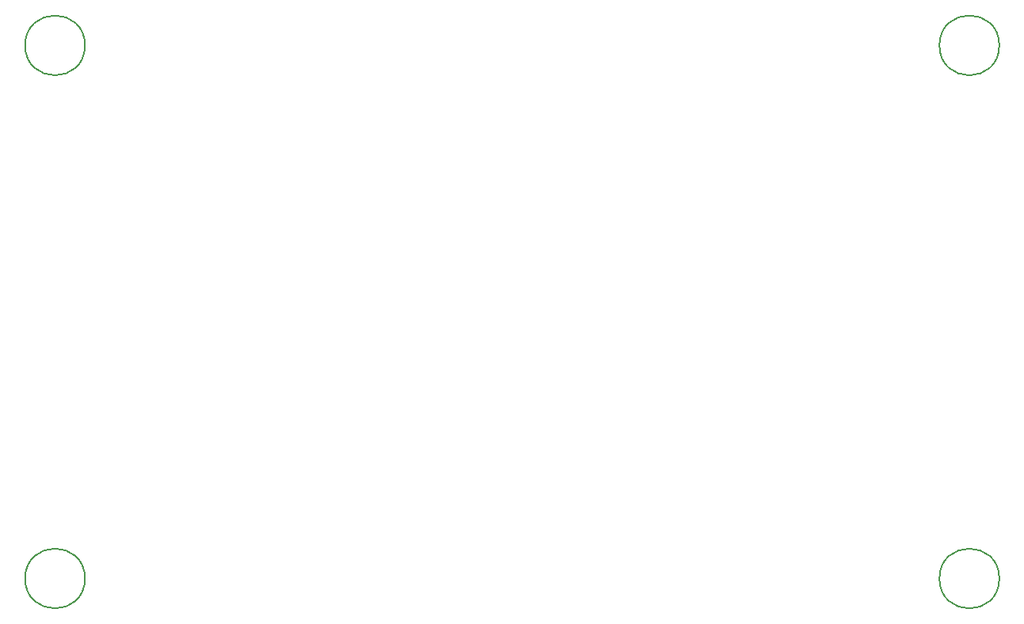
<source format=gbr>
%TF.GenerationSoftware,KiCad,Pcbnew,8.0.6*%
%TF.CreationDate,2024-11-18T15:03:55+07:00*%
%TF.ProjectId,NO2C,4e4f3243-2e6b-4696-9361-645f70636258,vD1*%
%TF.SameCoordinates,Original*%
%TF.FileFunction,Other,Comment*%
%FSLAX46Y46*%
G04 Gerber Fmt 4.6, Leading zero omitted, Abs format (unit mm)*
G04 Created by KiCad (PCBNEW 8.0.6) date 2024-11-18 15:03:55*
%MOMM*%
%LPD*%
G01*
G04 APERTURE LIST*
%ADD10C,0.150000*%
G04 APERTURE END LIST*
D10*
%TO.C,REF\u002A\u002A*%
X104450000Y3500000D02*
G75*
G02*
X98050000Y3500000I-3200000J0D01*
G01*
X98050000Y3500000D02*
G75*
G02*
X104450000Y3500000I3200000J0D01*
G01*
X6700000Y60500000D02*
G75*
G02*
X300000Y60500000I-3200000J0D01*
G01*
X300000Y60500000D02*
G75*
G02*
X6700000Y60500000I3200000J0D01*
G01*
X6700000Y3500000D02*
G75*
G02*
X300000Y3500000I-3200000J0D01*
G01*
X300000Y3500000D02*
G75*
G02*
X6700000Y3500000I3200000J0D01*
G01*
X104450000Y60500000D02*
G75*
G02*
X98050000Y60500000I-3200000J0D01*
G01*
X98050000Y60500000D02*
G75*
G02*
X104450000Y60500000I3200000J0D01*
G01*
%TD*%
M02*

</source>
